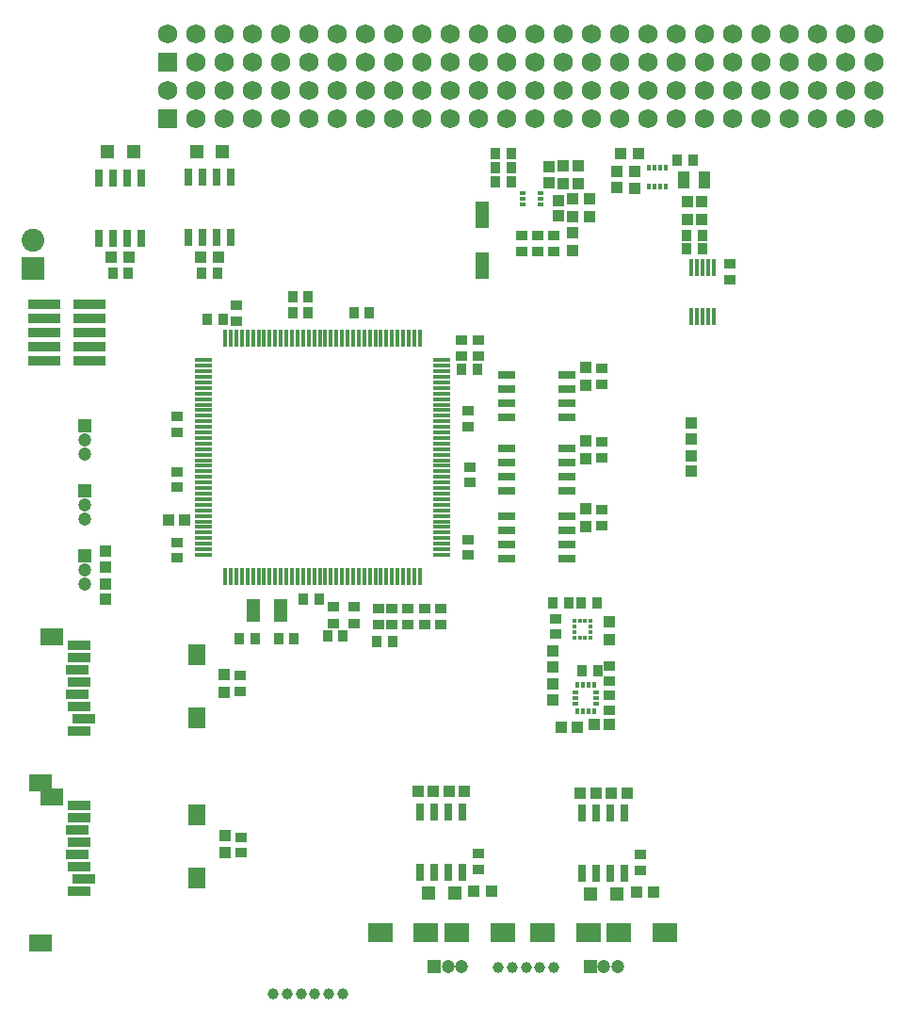
<source format=gts>
G04*
G04 #@! TF.GenerationSoftware,Altium Limited,Altium Designer,25.0.2 (28)*
G04*
G04 Layer_Color=8388736*
%FSLAX25Y25*%
%MOIN*%
G70*
G04*
G04 #@! TF.SameCoordinates,92B628A6-D60A-4015-8E16-F054796CA4EE*
G04*
G04*
G04 #@! TF.FilePolarity,Negative*
G04*
G01*
G75*
%ADD44R,0.04140X0.04337*%
%ADD45R,0.03471X0.04258*%
%ADD46R,0.04337X0.03943*%
%ADD47R,0.04337X0.05912*%
%ADD48R,0.04258X0.03471*%
%ADD49R,0.01581X0.06207*%
%ADD50R,0.02959X0.06416*%
%ADD51R,0.09061X0.06502*%
%ADD52R,0.01581X0.05912*%
%ADD53R,0.06416X0.02959*%
%ADD54R,0.03943X0.04337*%
%ADD55R,0.01581X0.02270*%
%ADD56R,0.06207X0.01581*%
%ADD57R,0.04337X0.04140*%
%ADD58R,0.04101X0.03353*%
%ADD59R,0.02270X0.01384*%
%ADD60R,0.01384X0.02270*%
%ADD61R,0.01778X0.01581*%
%ADD62R,0.01581X0.01778*%
%ADD63R,0.04928X0.04928*%
%ADD64R,0.08274X0.03550*%
%ADD65R,0.05912X0.07487*%
%ADD66R,0.07880X0.05912*%
%ADD67R,0.11384X0.03313*%
%ADD68R,0.03353X0.04101*%
%ADD69R,0.02270X0.01581*%
%ADD70R,0.05124X0.09258*%
%ADD71R,0.03943X0.03550*%
%ADD72R,0.04731X0.07880*%
%ADD73R,0.04731X0.04731*%
%ADD74C,0.04731*%
%ADD75C,0.03943*%
%ADD76R,0.04731X0.04731*%
%ADD77C,0.06896*%
%ADD78R,0.08077X0.08077*%
%ADD79C,0.08077*%
%ADD80R,0.06896X0.06896*%
D44*
X169809Y54200D02*
D03*
X163509D02*
D03*
X220984Y53900D02*
D03*
X227283D02*
D03*
X240500Y219956D02*
D03*
Y214444D02*
D03*
X240500Y202844D02*
D03*
Y208356D02*
D03*
X214031Y308937D02*
D03*
Y303425D02*
D03*
X191644Y122144D02*
D03*
Y127656D02*
D03*
Y139156D02*
D03*
Y133644D02*
D03*
X35256Y278532D02*
D03*
X41555D02*
D03*
X73055D02*
D03*
X66756D02*
D03*
X33200Y163056D02*
D03*
Y157544D02*
D03*
X33200Y169044D02*
D03*
Y174556D02*
D03*
X193500Y298756D02*
D03*
Y293244D02*
D03*
X189993Y310640D02*
D03*
Y305128D02*
D03*
D45*
X244324Y281603D02*
D03*
X238812D02*
D03*
X244324Y286303D02*
D03*
X238812D02*
D03*
X235531Y313090D02*
D03*
X241043D02*
D03*
X108756Y157500D02*
D03*
X207359Y132200D02*
D03*
X201847D02*
D03*
X196993Y156247D02*
D03*
X191481D02*
D03*
X201581D02*
D03*
X207093D02*
D03*
X129244Y142500D02*
D03*
X134756D02*
D03*
X126500Y259000D02*
D03*
X120988D02*
D03*
X117256Y144500D02*
D03*
X111744D02*
D03*
X35649Y273032D02*
D03*
X41161D02*
D03*
X103244Y157500D02*
D03*
X74756Y256500D02*
D03*
X69244D02*
D03*
X99444Y264700D02*
D03*
X104956D02*
D03*
X72661Y273032D02*
D03*
X67150D02*
D03*
X176734Y315325D02*
D03*
X171222D02*
D03*
D46*
X239000Y298149D02*
D03*
Y291850D02*
D03*
X220474Y309134D02*
D03*
Y302835D02*
D03*
X244000Y291850D02*
D03*
Y298149D02*
D03*
X194982Y311034D02*
D03*
Y304734D02*
D03*
X204500Y299149D02*
D03*
Y292850D02*
D03*
X198500Y292850D02*
D03*
Y299150D02*
D03*
D47*
X237760Y306000D02*
D03*
X245240D02*
D03*
D48*
X254000Y276256D02*
D03*
Y270744D02*
D03*
X222400Y67156D02*
D03*
Y61644D02*
D03*
X165000Y67556D02*
D03*
Y62044D02*
D03*
X208700Y207744D02*
D03*
Y213256D02*
D03*
Y233744D02*
D03*
Y239256D02*
D03*
X211600Y118188D02*
D03*
Y123700D02*
D03*
X146002Y148642D02*
D03*
Y154154D02*
D03*
X129700Y148744D02*
D03*
Y154256D02*
D03*
X134601Y148686D02*
D03*
Y154198D02*
D03*
X161500Y218744D02*
D03*
Y224256D02*
D03*
Y178756D02*
D03*
Y173244D02*
D03*
X159300Y243744D02*
D03*
Y249256D02*
D03*
X58500Y197244D02*
D03*
Y202756D02*
D03*
Y172244D02*
D03*
Y177756D02*
D03*
X162000Y204456D02*
D03*
Y198944D02*
D03*
X58500Y216744D02*
D03*
Y222256D02*
D03*
X208700Y189256D02*
D03*
Y183744D02*
D03*
X81117Y67874D02*
D03*
Y73386D02*
D03*
X80917Y125074D02*
D03*
Y130586D02*
D03*
X180380Y286256D02*
D03*
Y280744D02*
D03*
D49*
X118834Y250043D02*
D03*
X116865D02*
D03*
X114897D02*
D03*
X105054D02*
D03*
X107023D02*
D03*
X108991D02*
D03*
X110960D02*
D03*
X112928D02*
D03*
X97180Y165492D02*
D03*
X75527D02*
D03*
X77495D02*
D03*
X79464D02*
D03*
X81432D02*
D03*
X83401D02*
D03*
X85369D02*
D03*
X87338D02*
D03*
X89306D02*
D03*
X91275D02*
D03*
X93243D02*
D03*
X95212D02*
D03*
X99149D02*
D03*
X101117D02*
D03*
X103086D02*
D03*
X105054D02*
D03*
X107023D02*
D03*
X108991D02*
D03*
X110960D02*
D03*
X112928D02*
D03*
X114897D02*
D03*
X116865D02*
D03*
X118834D02*
D03*
X120802D02*
D03*
X122771D02*
D03*
X124739D02*
D03*
X126708D02*
D03*
X128676D02*
D03*
X130645D02*
D03*
X132613D02*
D03*
X134582D02*
D03*
X136550D02*
D03*
X138519D02*
D03*
X140487D02*
D03*
X142456D02*
D03*
X144424D02*
D03*
Y250043D02*
D03*
X142456D02*
D03*
X140487D02*
D03*
X138519D02*
D03*
X136550D02*
D03*
X134582D02*
D03*
X132613D02*
D03*
X130645D02*
D03*
X128676D02*
D03*
X126708D02*
D03*
X124739D02*
D03*
X122771D02*
D03*
X120802D02*
D03*
X103086D02*
D03*
X101117D02*
D03*
X99149D02*
D03*
X97180D02*
D03*
X95212D02*
D03*
X93243D02*
D03*
X91275D02*
D03*
X89306D02*
D03*
X87338D02*
D03*
X85369D02*
D03*
X83401D02*
D03*
X81432D02*
D03*
X79464D02*
D03*
X77495D02*
D03*
X75527D02*
D03*
D50*
X149525Y60842D02*
D03*
X154525D02*
D03*
X144525D02*
D03*
X159525D02*
D03*
X144525Y82188D02*
D03*
X149525D02*
D03*
X154525D02*
D03*
X159525D02*
D03*
X206962Y60527D02*
D03*
X211962D02*
D03*
X67406Y306855D02*
D03*
X72406D02*
D03*
X35906Y306705D02*
D03*
X40905D02*
D03*
X62406Y306855D02*
D03*
X77406D02*
D03*
Y285509D02*
D03*
X72406D02*
D03*
X62406D02*
D03*
X67406D02*
D03*
X30906Y306705D02*
D03*
X45906D02*
D03*
Y285358D02*
D03*
X40905D02*
D03*
X30906D02*
D03*
X35906D02*
D03*
X216962Y60527D02*
D03*
X201962Y81873D02*
D03*
X206962D02*
D03*
X211962D02*
D03*
X216962D02*
D03*
X201962Y60527D02*
D03*
D51*
X157604Y39700D02*
D03*
X130384D02*
D03*
X146525D02*
D03*
X231096D02*
D03*
X214954D02*
D03*
X187954D02*
D03*
X204096D02*
D03*
X173746D02*
D03*
D52*
X246405Y257577D02*
D03*
X248374D02*
D03*
X240500Y274900D02*
D03*
X242468D02*
D03*
X244437D02*
D03*
X248374D02*
D03*
X244437Y257577D02*
D03*
X246405Y274900D02*
D03*
X242468Y257577D02*
D03*
X240500D02*
D03*
D53*
X175027Y222000D02*
D03*
Y237000D02*
D03*
Y232000D02*
D03*
Y227000D02*
D03*
X196373Y222000D02*
D03*
Y227000D02*
D03*
Y232000D02*
D03*
Y237000D02*
D03*
Y211000D02*
D03*
Y206000D02*
D03*
Y201000D02*
D03*
Y196000D02*
D03*
X175027Y201000D02*
D03*
Y206000D02*
D03*
Y211000D02*
D03*
Y196000D02*
D03*
X196373Y187000D02*
D03*
Y182000D02*
D03*
Y177000D02*
D03*
Y172000D02*
D03*
X175027Y177000D02*
D03*
Y182000D02*
D03*
Y187000D02*
D03*
Y172000D02*
D03*
D54*
X221920Y315243D02*
D03*
X215621D02*
D03*
D55*
X231427Y310183D02*
D03*
Y303585D02*
D03*
X229458D02*
D03*
X227490D02*
D03*
X225521D02*
D03*
Y310183D02*
D03*
X227490D02*
D03*
X229458D02*
D03*
D56*
X152251Y196941D02*
D03*
Y194972D02*
D03*
Y193004D02*
D03*
X67700Y232374D02*
D03*
Y228437D02*
D03*
Y222532D02*
D03*
Y224500D02*
D03*
Y226469D02*
D03*
Y234343D02*
D03*
Y236311D02*
D03*
Y238280D02*
D03*
X152251Y173319D02*
D03*
Y175287D02*
D03*
Y177256D02*
D03*
Y179224D02*
D03*
Y181193D02*
D03*
Y183161D02*
D03*
Y185130D02*
D03*
Y187098D02*
D03*
Y189067D02*
D03*
Y191035D02*
D03*
Y198909D02*
D03*
Y200878D02*
D03*
Y202847D02*
D03*
Y204815D02*
D03*
Y206784D02*
D03*
Y208752D02*
D03*
Y210721D02*
D03*
Y212689D02*
D03*
Y214657D02*
D03*
Y216626D02*
D03*
Y218595D02*
D03*
Y220563D02*
D03*
Y222532D02*
D03*
Y224500D02*
D03*
Y226469D02*
D03*
Y228437D02*
D03*
Y230405D02*
D03*
Y232374D02*
D03*
Y234343D02*
D03*
Y236311D02*
D03*
Y238280D02*
D03*
Y240248D02*
D03*
Y242217D02*
D03*
X67700D02*
D03*
Y240248D02*
D03*
Y230405D02*
D03*
Y220563D02*
D03*
Y218595D02*
D03*
Y216626D02*
D03*
Y214657D02*
D03*
Y212689D02*
D03*
Y210721D02*
D03*
Y208752D02*
D03*
Y206784D02*
D03*
Y204815D02*
D03*
Y202847D02*
D03*
Y200878D02*
D03*
Y198909D02*
D03*
Y196941D02*
D03*
Y194972D02*
D03*
Y193004D02*
D03*
Y191035D02*
D03*
Y189067D02*
D03*
Y187098D02*
D03*
Y185130D02*
D03*
Y183161D02*
D03*
Y181193D02*
D03*
Y179224D02*
D03*
Y177256D02*
D03*
Y175287D02*
D03*
Y173319D02*
D03*
D57*
X203200Y233350D02*
D03*
Y239650D02*
D03*
X203200Y183350D02*
D03*
Y189649D02*
D03*
X206100Y113200D02*
D03*
X211612D02*
D03*
X200098Y112205D02*
D03*
X194587D02*
D03*
X211384Y143398D02*
D03*
Y149697D02*
D03*
X203200Y213650D02*
D03*
Y207350D02*
D03*
X75317Y67831D02*
D03*
Y74130D02*
D03*
X75217Y124680D02*
D03*
Y130980D02*
D03*
X200494Y310916D02*
D03*
Y304616D02*
D03*
X198524Y281004D02*
D03*
Y287303D02*
D03*
X61000Y185500D02*
D03*
X55488D02*
D03*
X154750Y89500D02*
D03*
X160261D02*
D03*
X143769D02*
D03*
X149281D02*
D03*
X212206Y89000D02*
D03*
X217718D02*
D03*
X206718D02*
D03*
X201206D02*
D03*
D58*
X140202Y154254D02*
D03*
Y148742D02*
D03*
X192481Y150787D02*
D03*
Y145276D02*
D03*
X211600Y134117D02*
D03*
Y128605D02*
D03*
X151701Y148686D02*
D03*
Y154198D02*
D03*
X79500Y261512D02*
D03*
Y256000D02*
D03*
X165000Y243744D02*
D03*
Y249256D02*
D03*
X191936Y286256D02*
D03*
Y280744D02*
D03*
X186036Y286256D02*
D03*
Y280744D02*
D03*
D59*
X199507Y120731D02*
D03*
Y122700D02*
D03*
Y124669D02*
D03*
X206693D02*
D03*
Y122700D02*
D03*
Y120731D02*
D03*
D60*
X200147Y127277D02*
D03*
X202116D02*
D03*
X204084D02*
D03*
X206053D02*
D03*
Y118123D02*
D03*
X204084D02*
D03*
X202116D02*
D03*
X200147D02*
D03*
D61*
X199032Y146063D02*
D03*
Y148031D02*
D03*
X204937D02*
D03*
Y146063D02*
D03*
D62*
X199032Y150000D02*
D03*
X201000D02*
D03*
X202969D02*
D03*
X204937D02*
D03*
Y144094D02*
D03*
X202969D02*
D03*
X201000D02*
D03*
X199032D02*
D03*
D63*
X204874Y53200D02*
D03*
X214126D02*
D03*
X147399Y53700D02*
D03*
X156651D02*
D03*
X65374Y316000D02*
D03*
X74626D02*
D03*
X33874D02*
D03*
X43126D02*
D03*
D64*
X23917Y54230D02*
D03*
X25492Y58561D02*
D03*
X23917Y62892D02*
D03*
X23130Y67222D02*
D03*
X23917Y71553D02*
D03*
Y80214D02*
D03*
Y84545D02*
D03*
X23130Y75884D02*
D03*
X23917Y141245D02*
D03*
Y136914D02*
D03*
Y128253D02*
D03*
X23130Y123922D02*
D03*
X23917Y119591D02*
D03*
X25492Y115261D02*
D03*
X23917Y110930D02*
D03*
X23130Y132584D02*
D03*
D65*
X65453Y58915D02*
D03*
Y81356D02*
D03*
Y138056D02*
D03*
Y115615D02*
D03*
D66*
X10138Y35884D02*
D03*
X14075Y87655D02*
D03*
X10138Y92584D02*
D03*
X14075Y144355D02*
D03*
D67*
X27559Y241969D02*
D03*
Y246969D02*
D03*
X11535D02*
D03*
X27559Y251969D02*
D03*
Y256969D02*
D03*
Y261969D02*
D03*
X11535D02*
D03*
Y241969D02*
D03*
Y256969D02*
D03*
Y251969D02*
D03*
D68*
X159244Y239000D02*
D03*
X164756D02*
D03*
X99388Y259000D02*
D03*
X104900D02*
D03*
X86156Y143600D02*
D03*
X80644D02*
D03*
X94444Y143600D02*
D03*
X99956D02*
D03*
X176734Y310325D02*
D03*
X171222D02*
D03*
X176734Y305325D02*
D03*
X171222D02*
D03*
D69*
X180663Y297227D02*
D03*
Y301164D02*
D03*
X187261Y297227D02*
D03*
Y299195D02*
D03*
Y301164D02*
D03*
X180663Y299195D02*
D03*
D70*
X166395Y293739D02*
D03*
Y275629D02*
D03*
D71*
X113858Y149146D02*
D03*
X121142Y154854D02*
D03*
X113858D02*
D03*
X121142Y149146D02*
D03*
D72*
X95212Y153644D02*
D03*
X85369D02*
D03*
D73*
X204679Y27600D02*
D03*
X149457D02*
D03*
D74*
X214521D02*
D03*
X209600D02*
D03*
X154379D02*
D03*
X159300D02*
D03*
X25924Y209079D02*
D03*
Y214000D02*
D03*
Y186114D02*
D03*
Y191035D02*
D03*
Y163101D02*
D03*
Y168023D02*
D03*
D75*
X92479Y17913D02*
D03*
X97400D02*
D03*
X102321D02*
D03*
X107243D02*
D03*
X112164D02*
D03*
X117085D02*
D03*
X186979Y27400D02*
D03*
X182057D02*
D03*
X177136D02*
D03*
X172215D02*
D03*
X191900D02*
D03*
D76*
X25924Y218921D02*
D03*
Y195957D02*
D03*
Y172944D02*
D03*
D77*
X115000Y347520D02*
D03*
X125000D02*
D03*
X215000Y327520D02*
D03*
Y337520D02*
D03*
X55000D02*
D03*
X65000Y327520D02*
D03*
Y337520D02*
D03*
X75000Y327520D02*
D03*
Y337520D02*
D03*
X85000Y327520D02*
D03*
Y337520D02*
D03*
X95000Y327520D02*
D03*
Y337520D02*
D03*
X105000Y327520D02*
D03*
Y337520D02*
D03*
X115000Y327520D02*
D03*
Y337520D02*
D03*
X125000Y327520D02*
D03*
Y337520D02*
D03*
X135000Y327520D02*
D03*
Y337520D02*
D03*
X145000Y327520D02*
D03*
Y337520D02*
D03*
X155000Y327520D02*
D03*
Y337520D02*
D03*
X165000Y327520D02*
D03*
Y337520D02*
D03*
X175000Y327520D02*
D03*
Y337520D02*
D03*
X185000Y327520D02*
D03*
Y337520D02*
D03*
X195000Y327520D02*
D03*
Y337520D02*
D03*
X205000Y327520D02*
D03*
Y337520D02*
D03*
X225000Y327520D02*
D03*
Y337520D02*
D03*
X235000Y327520D02*
D03*
Y337520D02*
D03*
X245000Y327520D02*
D03*
Y337520D02*
D03*
X255000Y327520D02*
D03*
Y337520D02*
D03*
X265000Y327520D02*
D03*
Y337520D02*
D03*
X275000Y327520D02*
D03*
Y337520D02*
D03*
X285000Y327520D02*
D03*
Y337520D02*
D03*
X295000Y327520D02*
D03*
Y337520D02*
D03*
X305000Y327520D02*
D03*
Y337520D02*
D03*
X205000Y347520D02*
D03*
Y357520D02*
D03*
X195000Y347520D02*
D03*
Y357520D02*
D03*
X305000D02*
D03*
Y347520D02*
D03*
X295000Y357520D02*
D03*
Y347520D02*
D03*
X285000Y357520D02*
D03*
Y347520D02*
D03*
X275000Y357520D02*
D03*
Y347520D02*
D03*
X265000Y357520D02*
D03*
Y347520D02*
D03*
X255000Y357520D02*
D03*
Y347520D02*
D03*
X245000Y357520D02*
D03*
Y347520D02*
D03*
X235000Y357520D02*
D03*
Y347520D02*
D03*
X225000Y357520D02*
D03*
Y347520D02*
D03*
X215000Y357520D02*
D03*
Y347520D02*
D03*
X185000Y357520D02*
D03*
Y347520D02*
D03*
X175000Y357520D02*
D03*
Y347520D02*
D03*
X165000Y357520D02*
D03*
Y347520D02*
D03*
X155000Y357520D02*
D03*
Y347520D02*
D03*
X145000Y357520D02*
D03*
Y347520D02*
D03*
X135000Y357520D02*
D03*
Y347520D02*
D03*
X125000Y357520D02*
D03*
X115000D02*
D03*
X105000D02*
D03*
Y347520D02*
D03*
X95000Y357520D02*
D03*
Y347520D02*
D03*
X85000Y357520D02*
D03*
Y347520D02*
D03*
X75000Y357520D02*
D03*
Y347520D02*
D03*
X65000Y357520D02*
D03*
X55000D02*
D03*
X65000Y347520D02*
D03*
D78*
X7480Y274646D02*
D03*
D79*
Y284646D02*
D03*
D80*
X55000Y327520D02*
D03*
Y347520D02*
D03*
M02*

</source>
